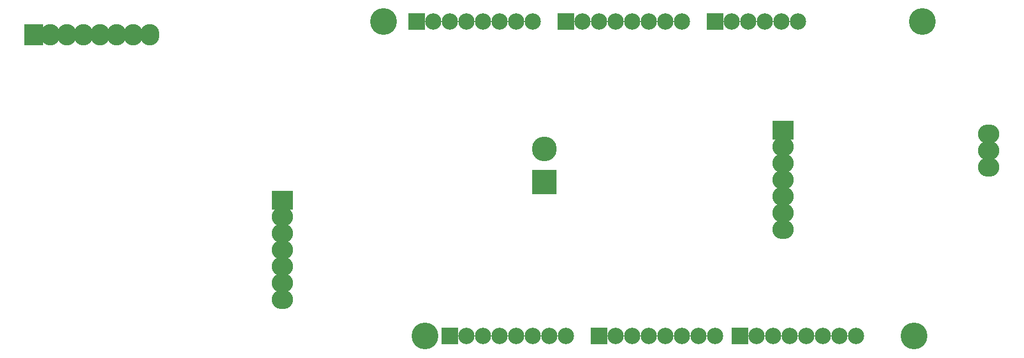
<source format=gbs>
G04 Layer_Color=16711935*
%FSTAX24Y24*%
%MOIN*%
G70*
G01*
G75*
%ADD23O,0.1294X0.1144*%
%ADD24R,0.1294X0.1144*%
%ADD25R,0.0984X0.0984*%
%ADD26C,0.0984*%
%ADD27R,0.1494X0.1494*%
%ADD28C,0.1494*%
%ADD29O,0.1144X0.1294*%
%ADD30R,0.1144X0.1294*%
%ADD31C,0.1614*%
D23*
X02735Y0142D02*
D03*
Y0162D02*
D03*
Y0172D02*
D03*
Y0182D02*
D03*
Y0152D02*
D03*
Y0132D02*
D03*
X06995Y0232D02*
D03*
Y0222D02*
D03*
Y0212D02*
D03*
X05755Y01745D02*
D03*
Y01945D02*
D03*
Y02245D02*
D03*
Y02145D02*
D03*
Y02045D02*
D03*
Y01845D02*
D03*
D24*
X02735Y0192D02*
D03*
X05755Y02345D02*
D03*
D25*
X03745Y011D02*
D03*
X05345Y03D02*
D03*
X04645Y011D02*
D03*
X05495D02*
D03*
X03545Y03D02*
D03*
X04445D02*
D03*
D26*
X03845Y011D02*
D03*
X03945D02*
D03*
X04045D02*
D03*
X04145D02*
D03*
X04245D02*
D03*
X04345D02*
D03*
X04445D02*
D03*
X05445Y03D02*
D03*
X05545D02*
D03*
X05645D02*
D03*
X05745D02*
D03*
X05845D02*
D03*
X05345Y011D02*
D03*
X05245D02*
D03*
X05145D02*
D03*
X05045D02*
D03*
X04945D02*
D03*
X04845D02*
D03*
X04745D02*
D03*
X06195D02*
D03*
X06095D02*
D03*
X05995D02*
D03*
X05895D02*
D03*
X05795D02*
D03*
X05695D02*
D03*
X05595D02*
D03*
X04245Y03D02*
D03*
X04145D02*
D03*
X04045D02*
D03*
X03945D02*
D03*
X03845D02*
D03*
X03745D02*
D03*
X03645D02*
D03*
X05145D02*
D03*
X05045D02*
D03*
X04945D02*
D03*
X04845D02*
D03*
X04745D02*
D03*
X04645D02*
D03*
X04545D02*
D03*
D27*
X04315Y0203D02*
D03*
D28*
Y0223D02*
D03*
D29*
X01935Y0292D02*
D03*
X01735D02*
D03*
X01535D02*
D03*
X01435D02*
D03*
X01335D02*
D03*
X01635D02*
D03*
X01835D02*
D03*
D30*
X01235D02*
D03*
D31*
X03345Y03D02*
D03*
X03595Y011D02*
D03*
X06545D02*
D03*
X06595Y03D02*
D03*
M02*

</source>
